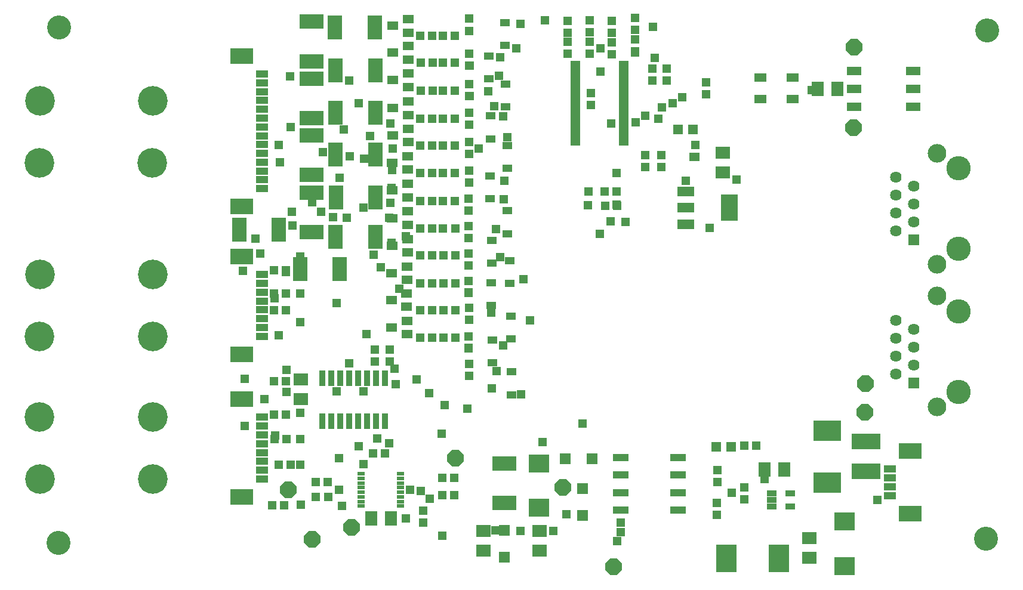
<source format=gts>
G75*
%MOIN*%
%OFA0B0*%
%FSLAX25Y25*%
%IPPOS*%
%LPD*%
%AMOC8*
5,1,8,0,0,1.08239X$1,22.5*
%
%ADD10C,0.16548*%
%ADD11R,0.04737X0.05131*%
%ADD12R,0.06312X0.04737*%
%ADD13R,0.05603X0.04383*%
%ADD14R,0.07887X0.07099*%
%ADD15R,0.03400X0.08800*%
%ADD16R,0.07099X0.07887*%
%ADD17R,0.05131X0.04737*%
%ADD18R,0.04331X0.01969*%
%ADD19R,0.05721X0.01981*%
%ADD20R,0.08674X0.04343*%
%ADD21R,0.09600X0.05600*%
%ADD22R,0.09461X0.14973*%
%ADD23R,0.06312X0.06312*%
%ADD24R,0.13398X0.07887*%
%ADD25R,0.11824X0.10249*%
%ADD26R,0.05603X0.03241*%
%ADD27R,0.07887X0.13398*%
%ADD28R,0.08300X0.04800*%
%ADD29R,0.05524X0.05524*%
%ADD30C,0.13398*%
%ADD31R,0.07099X0.03950*%
%ADD32R,0.12611X0.09068*%
%ADD33R,0.06400X0.06400*%
%ADD34C,0.06400*%
%ADD35C,0.10400*%
%ADD36C,0.13600*%
%ADD37R,0.11824X0.15761*%
%ADD38R,0.15761X0.11824*%
%ADD39R,0.16154X0.08674*%
%ADD40R,0.06706X0.04737*%
%ADD41OC8,0.09300*%
%ADD42R,0.04762X0.04762*%
D10*
X0016600Y0062400D03*
X0016400Y0097000D03*
X0079600Y0097000D03*
X0079800Y0062400D03*
X0079500Y0142100D03*
X0079700Y0176500D03*
X0016500Y0176500D03*
X0016300Y0142100D03*
X0016200Y0239100D03*
X0016600Y0273800D03*
X0079800Y0273800D03*
X0079400Y0239100D03*
D11*
X0147254Y0178900D03*
X0153946Y0178900D03*
X0153946Y0166100D03*
X0147254Y0166100D03*
X0147354Y0156800D03*
X0154046Y0156800D03*
X0154046Y0117000D03*
X0147354Y0117000D03*
X0147254Y0098200D03*
X0153946Y0098200D03*
X0154346Y0084600D03*
X0147654Y0084600D03*
X0149954Y0070200D03*
X0156646Y0070200D03*
X0170704Y0060650D03*
X0177396Y0060650D03*
X0177496Y0052250D03*
X0170804Y0052250D03*
X0152946Y0047700D03*
X0146254Y0047700D03*
X0202554Y0076800D03*
X0209246Y0076800D03*
X0241354Y0062950D03*
X0248046Y0062950D03*
X0248146Y0053300D03*
X0241454Y0053300D03*
X0256200Y0120004D03*
X0256200Y0126696D03*
X0256100Y0135454D03*
X0256100Y0142146D03*
X0248546Y0141350D03*
X0241854Y0141350D03*
X0235646Y0141350D03*
X0228954Y0141350D03*
X0229104Y0156500D03*
X0235796Y0156500D03*
X0241854Y0156500D03*
X0248546Y0156500D03*
X0256200Y0157846D03*
X0256200Y0151154D03*
X0256100Y0166454D03*
X0256100Y0173146D03*
X0248546Y0171800D03*
X0241854Y0171800D03*
X0235696Y0171800D03*
X0229004Y0171800D03*
X0229104Y0187200D03*
X0235796Y0187200D03*
X0241954Y0187200D03*
X0248646Y0187200D03*
X0256000Y0188396D03*
X0256000Y0181704D03*
X0256000Y0196954D03*
X0256000Y0203646D03*
X0248496Y0202350D03*
X0241804Y0202350D03*
X0235796Y0202350D03*
X0229104Y0202350D03*
X0228854Y0217700D03*
X0235546Y0217700D03*
X0241554Y0217700D03*
X0248246Y0217700D03*
X0256000Y0219096D03*
X0256000Y0212404D03*
X0256200Y0228104D03*
X0256200Y0234796D03*
X0248346Y0233300D03*
X0241654Y0233300D03*
X0235646Y0233300D03*
X0228954Y0233300D03*
X0229004Y0248600D03*
X0235696Y0248600D03*
X0241704Y0248600D03*
X0248396Y0248600D03*
X0256200Y0250696D03*
X0256200Y0244004D03*
X0256400Y0260304D03*
X0248446Y0263500D03*
X0241754Y0263500D03*
X0235746Y0263750D03*
X0229054Y0263750D03*
X0229154Y0279450D03*
X0235846Y0279450D03*
X0241754Y0279450D03*
X0248446Y0279450D03*
X0256400Y0276304D03*
X0256400Y0282996D03*
X0256400Y0293354D03*
X0248446Y0294850D03*
X0241754Y0294850D03*
X0235846Y0294850D03*
X0229154Y0294850D03*
X0229054Y0310100D03*
X0235746Y0310100D03*
X0241654Y0310100D03*
X0248346Y0310100D03*
X0256200Y0312804D03*
X0256200Y0319496D03*
X0256400Y0300046D03*
X0256400Y0266996D03*
X0409954Y0080900D03*
X0416646Y0080900D03*
D12*
X0221581Y0143310D03*
X0212919Y0147050D03*
X0221581Y0150790D03*
X0221481Y0158560D03*
X0212819Y0162300D03*
X0221481Y0166040D03*
X0221731Y0173660D03*
X0213069Y0177400D03*
X0221731Y0181140D03*
X0221831Y0188960D03*
X0213169Y0192700D03*
X0221831Y0196440D03*
X0221831Y0204360D03*
X0213169Y0208100D03*
X0221831Y0211840D03*
X0221831Y0219810D03*
X0213169Y0223550D03*
X0221831Y0227290D03*
X0222081Y0235210D03*
X0213419Y0238950D03*
X0222081Y0242690D03*
X0222331Y0250510D03*
X0213669Y0254250D03*
X0222331Y0257990D03*
X0222331Y0265810D03*
X0213669Y0269550D03*
X0222331Y0273290D03*
X0222331Y0281460D03*
X0213669Y0285200D03*
X0222331Y0288940D03*
X0222331Y0296760D03*
X0213669Y0300500D03*
X0222331Y0304240D03*
X0222331Y0311810D03*
X0213669Y0315550D03*
X0222331Y0319290D03*
D13*
X0267300Y0298748D03*
X0276400Y0304502D03*
X0276400Y0317298D03*
X0267300Y0285952D03*
X0276700Y0282948D03*
X0276700Y0270152D03*
X0268200Y0265148D03*
X0268200Y0252352D03*
X0277700Y0248798D03*
X0277700Y0236002D03*
X0267950Y0231648D03*
X0267950Y0218852D03*
X0277750Y0212148D03*
X0277750Y0199352D03*
X0268850Y0195698D03*
X0279100Y0184398D03*
X0268850Y0182902D03*
X0268500Y0171948D03*
X0279100Y0171602D03*
X0268500Y0159152D03*
X0279500Y0153298D03*
X0279500Y0140502D03*
X0269300Y0139998D03*
X0269300Y0127202D03*
X0279850Y0122198D03*
X0279850Y0109402D03*
D14*
X0162200Y0106938D03*
X0162200Y0117962D03*
X0264400Y0033412D03*
X0264400Y0022388D03*
X0295700Y0022188D03*
X0295700Y0033212D03*
X0446200Y0029412D03*
X0446200Y0018388D03*
X0398000Y0233788D03*
X0398000Y0244812D03*
D15*
X0209450Y0118700D03*
X0204450Y0118700D03*
X0199450Y0118700D03*
X0194450Y0118700D03*
X0189450Y0118700D03*
X0184450Y0118700D03*
X0179450Y0118700D03*
X0174450Y0118700D03*
X0174450Y0094500D03*
X0179450Y0094500D03*
X0184450Y0094500D03*
X0189450Y0094500D03*
X0194450Y0094500D03*
X0199450Y0094500D03*
X0204450Y0094500D03*
X0209450Y0094500D03*
D16*
X0212662Y0040150D03*
X0201638Y0040150D03*
X0421288Y0067800D03*
X0432312Y0067800D03*
X0450988Y0280200D03*
X0462012Y0280200D03*
D17*
X0388600Y0277154D03*
X0388600Y0283846D03*
X0366800Y0284954D03*
X0358500Y0284954D03*
X0358500Y0291646D03*
X0366800Y0291646D03*
X0348900Y0301254D03*
X0348900Y0307946D03*
X0348900Y0313154D03*
X0348900Y0319846D03*
X0336000Y0318246D03*
X0336000Y0311554D03*
X0336000Y0306446D03*
X0336000Y0299754D03*
X0323500Y0300054D03*
X0323500Y0306746D03*
X0323500Y0311854D03*
X0323500Y0318546D03*
X0311400Y0318346D03*
X0311400Y0311654D03*
X0311400Y0306546D03*
X0311400Y0299854D03*
X0382650Y0249046D03*
X0382650Y0242354D03*
X0363700Y0243246D03*
X0363700Y0236554D03*
X0354700Y0236554D03*
X0354700Y0243246D03*
X0338746Y0223100D03*
X0332054Y0223100D03*
X0332154Y0215100D03*
X0338846Y0215100D03*
X0211850Y0134596D03*
X0203550Y0134596D03*
X0203550Y0127904D03*
X0211850Y0127904D03*
X0230800Y0044746D03*
X0230800Y0038054D03*
X0394600Y0042254D03*
X0394600Y0048946D03*
X0394900Y0060754D03*
X0394900Y0067446D03*
X0409900Y0057546D03*
X0409900Y0050854D03*
D18*
X0217925Y0049802D03*
X0217925Y0047243D03*
X0217925Y0052361D03*
X0217925Y0054920D03*
X0217925Y0057480D03*
X0217925Y0060039D03*
X0217925Y0062598D03*
X0217925Y0065157D03*
X0196075Y0065157D03*
X0196075Y0062598D03*
X0196075Y0060039D03*
X0196075Y0057480D03*
X0196075Y0054920D03*
X0196075Y0052361D03*
X0196075Y0049802D03*
X0196075Y0047243D03*
D19*
X0315761Y0249546D03*
X0315761Y0251514D03*
X0315761Y0253483D03*
X0315761Y0255451D03*
X0315761Y0257420D03*
X0315761Y0259388D03*
X0315761Y0261357D03*
X0315761Y0263325D03*
X0315761Y0265294D03*
X0315761Y0267262D03*
X0315761Y0269231D03*
X0315761Y0271199D03*
X0315761Y0273168D03*
X0315761Y0275136D03*
X0315761Y0277105D03*
X0315761Y0279073D03*
X0315761Y0281042D03*
X0315761Y0283010D03*
X0315761Y0284979D03*
X0315761Y0286947D03*
X0315761Y0288916D03*
X0315761Y0290884D03*
X0315761Y0292853D03*
X0315761Y0294821D03*
X0342532Y0294821D03*
X0342532Y0292853D03*
X0342532Y0290884D03*
X0342532Y0288916D03*
X0342532Y0286947D03*
X0342532Y0284979D03*
X0342532Y0283010D03*
X0342532Y0281042D03*
X0342532Y0279073D03*
X0342532Y0277105D03*
X0342532Y0275136D03*
X0342532Y0273168D03*
X0342532Y0271199D03*
X0342532Y0269231D03*
X0342532Y0267262D03*
X0342532Y0265294D03*
X0342532Y0263325D03*
X0342532Y0261357D03*
X0342532Y0259388D03*
X0342532Y0257420D03*
X0342532Y0255451D03*
X0342532Y0253483D03*
X0342532Y0251514D03*
X0342532Y0249546D03*
D20*
X0341100Y0074409D03*
X0341100Y0064606D03*
X0341100Y0054803D03*
X0341100Y0045000D03*
X0373147Y0045000D03*
X0373147Y0054803D03*
X0373147Y0064606D03*
X0373147Y0074409D03*
D21*
X0377400Y0204800D03*
X0377400Y0213900D03*
X0377400Y0223000D03*
D22*
X0401801Y0213900D03*
D23*
X0325080Y0073800D03*
X0310120Y0073800D03*
X0319600Y0057080D03*
X0319600Y0042120D03*
X0276000Y0033580D03*
X0276000Y0018620D03*
D24*
X0276100Y0049076D03*
X0276100Y0071124D03*
X0168300Y0200376D03*
X0168300Y0222424D03*
X0168300Y0232176D03*
X0168300Y0254224D03*
X0168300Y0263876D03*
X0168300Y0285924D03*
X0168300Y0295776D03*
X0168300Y0317824D03*
D25*
X0295300Y0071102D03*
X0295300Y0046298D03*
X0466000Y0038602D03*
X0466000Y0013798D03*
D26*
X0435618Y0046860D03*
X0425382Y0046860D03*
X0425382Y0050600D03*
X0425382Y0054340D03*
X0435618Y0054340D03*
D27*
X0203824Y0197700D03*
X0181776Y0197700D03*
X0150024Y0201500D03*
X0127976Y0201500D03*
X0161976Y0179700D03*
X0184024Y0179700D03*
X0181976Y0219800D03*
X0204024Y0219800D03*
X0203824Y0243800D03*
X0181776Y0243800D03*
X0181776Y0266900D03*
X0203824Y0266900D03*
X0203824Y0290500D03*
X0181776Y0290500D03*
X0181476Y0314600D03*
X0203524Y0314600D03*
D28*
X0471400Y0290200D03*
X0471400Y0280200D03*
X0471400Y0270200D03*
X0504400Y0270200D03*
X0504400Y0280200D03*
X0504400Y0290200D03*
D29*
X0381184Y0257500D03*
X0372916Y0257500D03*
X0394466Y0080400D03*
X0402734Y0080400D03*
D30*
X0026900Y0026800D03*
X0027400Y0314500D03*
X0545000Y0029000D03*
X0545500Y0313000D03*
D31*
X0140731Y0288588D03*
X0140731Y0283667D03*
X0140731Y0278746D03*
X0140731Y0273824D03*
X0140731Y0268903D03*
X0140731Y0263982D03*
X0140731Y0259061D03*
X0140731Y0254139D03*
X0140731Y0249218D03*
X0140731Y0244297D03*
X0140731Y0239376D03*
X0140731Y0234454D03*
X0140731Y0229533D03*
X0140731Y0224612D03*
X0140631Y0176524D03*
X0140631Y0171603D03*
X0140631Y0166682D03*
X0140631Y0161761D03*
X0140631Y0156839D03*
X0140631Y0151918D03*
X0140631Y0146997D03*
X0140631Y0142076D03*
X0140631Y0096824D03*
X0140631Y0091903D03*
X0140631Y0086982D03*
X0140631Y0082061D03*
X0140631Y0077139D03*
X0140631Y0072218D03*
X0140631Y0067297D03*
X0140631Y0062376D03*
X0491269Y0062961D03*
X0491269Y0067882D03*
X0491269Y0058039D03*
X0491269Y0053118D03*
D32*
X0502687Y0043079D03*
X0502687Y0077921D03*
X0129213Y0052336D03*
X0129213Y0106864D03*
X0129213Y0132036D03*
X0129213Y0186564D03*
X0129313Y0214572D03*
X0129313Y0298628D03*
D33*
X0504600Y0195900D03*
X0504700Y0116000D03*
D34*
X0494700Y0121000D03*
X0504700Y0126000D03*
X0494700Y0131000D03*
X0504700Y0136000D03*
X0494700Y0141000D03*
X0504700Y0146000D03*
X0494700Y0151000D03*
X0494600Y0200900D03*
X0504600Y0205900D03*
X0494600Y0210900D03*
X0504600Y0215900D03*
X0494600Y0220900D03*
X0504600Y0225900D03*
X0494600Y0230900D03*
D35*
X0517600Y0244400D03*
X0517600Y0182400D03*
X0517700Y0164500D03*
X0517700Y0102500D03*
D36*
X0529700Y0111000D03*
X0529700Y0156000D03*
X0529600Y0190900D03*
X0529600Y0235900D03*
D37*
X0429267Y0018000D03*
X0400133Y0018000D03*
D38*
X0456200Y0060333D03*
X0456200Y0089467D03*
D39*
X0477818Y0083432D03*
X0477818Y0066700D03*
D40*
X0437000Y0274500D03*
X0419000Y0274500D03*
X0419000Y0286500D03*
X0437000Y0286500D03*
D41*
X0471300Y0303600D03*
X0470900Y0258800D03*
X0477600Y0115700D03*
X0477300Y0099700D03*
X0336900Y0013200D03*
X0308500Y0057700D03*
X0248600Y0073900D03*
X0190600Y0035300D03*
X0168500Y0028800D03*
X0155200Y0056200D03*
D42*
X0162200Y0047900D03*
X0183500Y0056300D03*
X0185300Y0047400D03*
X0221050Y0040200D03*
X0234300Y0051300D03*
X0229200Y0055800D03*
X0223300Y0056300D03*
X0197300Y0070600D03*
X0183600Y0073900D03*
X0194500Y0080600D03*
X0204900Y0084900D03*
X0211700Y0082300D03*
X0241100Y0087700D03*
X0255300Y0101800D03*
X0242600Y0103700D03*
X0234100Y0110400D03*
X0227100Y0117900D03*
X0215300Y0115300D03*
X0214800Y0124000D03*
X0197400Y0111300D03*
X0182200Y0111300D03*
X0162100Y0099300D03*
X0154200Y0111100D03*
X0141900Y0106900D03*
X0130900Y0118200D03*
X0154300Y0123300D03*
X0150000Y0142600D03*
X0162100Y0150100D03*
X0147500Y0163300D03*
X0162100Y0165900D03*
X0182200Y0160800D03*
X0198900Y0143300D03*
X0189400Y0127100D03*
X0256000Y0135500D03*
X0275300Y0136900D03*
X0290200Y0151100D03*
X0268500Y0155200D03*
X0256200Y0151300D03*
X0256100Y0166500D03*
X0256000Y0181700D03*
X0273800Y0186200D03*
X0286700Y0174100D03*
X0256000Y0197000D03*
X0271200Y0201900D03*
X0256000Y0212400D03*
X0256200Y0228000D03*
X0275900Y0229100D03*
X0275600Y0218700D03*
X0261800Y0246900D03*
X0277600Y0253200D03*
X0275400Y0265100D03*
X0270200Y0270700D03*
X0267100Y0279100D03*
X0256600Y0276300D03*
X0273100Y0287600D03*
X0273600Y0297900D03*
X0282800Y0303000D03*
X0285100Y0316800D03*
X0298600Y0318500D03*
X0311400Y0299900D03*
X0323500Y0299900D03*
X0329700Y0303000D03*
X0336000Y0299700D03*
X0329800Y0290100D03*
X0348900Y0300800D03*
X0360100Y0297700D03*
X0359000Y0315000D03*
X0324400Y0278000D03*
X0324400Y0271200D03*
X0335600Y0261100D03*
X0349200Y0261500D03*
X0354800Y0265200D03*
X0362100Y0263600D03*
X0364000Y0270000D03*
X0369900Y0272200D03*
X0375400Y0275500D03*
X0381650Y0242150D03*
X0377400Y0229100D03*
X0405600Y0229600D03*
X0390600Y0202700D03*
X0343500Y0205900D03*
X0335400Y0206400D03*
X0329400Y0199300D03*
X0322750Y0215150D03*
X0322850Y0223000D03*
X0338700Y0215700D03*
X0338600Y0233400D03*
X0256400Y0260300D03*
X0213600Y0247000D03*
X0201100Y0253900D03*
X0212200Y0260900D03*
X0194500Y0272300D03*
X0189200Y0285100D03*
X0156300Y0287400D03*
X0156800Y0259000D03*
X0150100Y0249000D03*
X0150500Y0239300D03*
X0174500Y0244900D03*
X0189800Y0242500D03*
X0197500Y0241200D03*
X0213200Y0235100D03*
X0213000Y0225100D03*
X0212400Y0216500D03*
X0211800Y0208200D03*
X0197400Y0214000D03*
X0187900Y0208200D03*
X0180300Y0208800D03*
X0173500Y0211600D03*
X0168600Y0216900D03*
X0157200Y0211600D03*
X0157800Y0204000D03*
X0137100Y0196600D03*
X0139800Y0188400D03*
X0130100Y0178700D03*
X0154000Y0178100D03*
X0161900Y0186800D03*
X0203100Y0187700D03*
X0207000Y0180800D03*
X0212900Y0194300D03*
X0221000Y0198100D03*
X0217200Y0168700D03*
X0256200Y0120000D03*
X0269000Y0112900D03*
X0271800Y0122500D03*
X0285400Y0109600D03*
X0319600Y0093200D03*
X0297200Y0082900D03*
X0310700Y0042600D03*
X0303400Y0033400D03*
X0284900Y0033200D03*
X0270900Y0033700D03*
X0241400Y0030500D03*
X0162100Y0070300D03*
X0162000Y0084600D03*
X0148100Y0086800D03*
X0130900Y0092000D03*
X0341000Y0037900D03*
X0341000Y0032700D03*
X0339000Y0027600D03*
X0403000Y0054500D03*
X0421200Y0062200D03*
X0484400Y0050700D03*
X0184000Y0230500D03*
X0186400Y0257700D03*
X0256500Y0293400D03*
X0256200Y0312800D03*
X0447500Y0279800D03*
M02*

</source>
